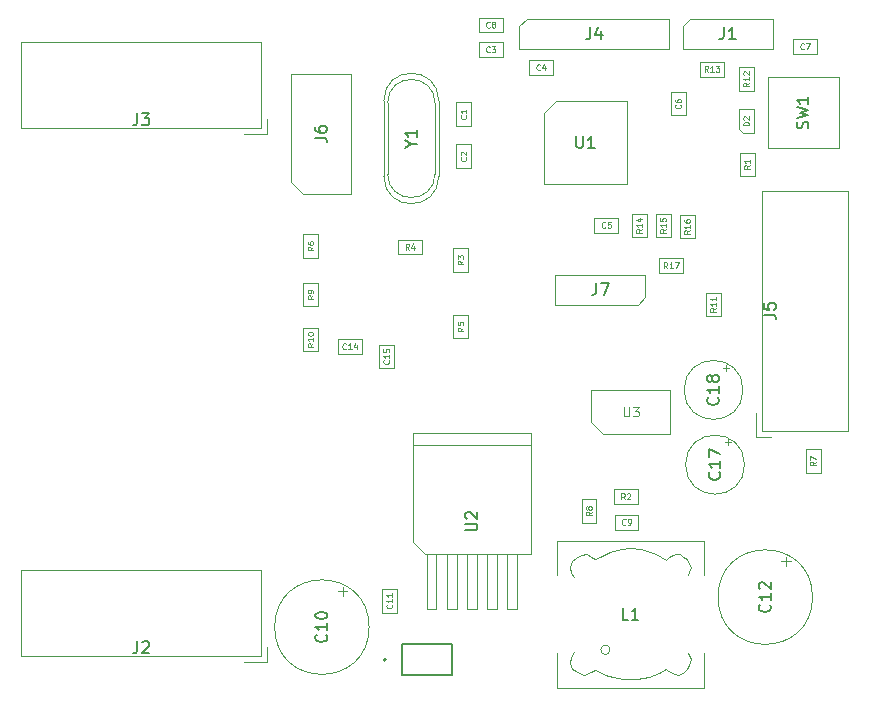
<source format=gbr>
%TF.GenerationSoftware,KiCad,Pcbnew,(5.1.12)-1*%
%TF.CreationDate,2022-08-10T11:31:24+05:30*%
%TF.ProjectId,AGV_SENSOR_PCB_2,4147565f-5345-44e5-934f-525f5043425f,rev?*%
%TF.SameCoordinates,Original*%
%TF.FileFunction,AssemblyDrawing,Top*%
%FSLAX46Y46*%
G04 Gerber Fmt 4.6, Leading zero omitted, Abs format (unit mm)*
G04 Created by KiCad (PCBNEW (5.1.12)-1) date 2022-08-10 11:31:24*
%MOMM*%
%LPD*%
G01*
G04 APERTURE LIST*
%ADD10C,0.100000*%
%ADD11C,0.200000*%
%ADD12C,0.127000*%
%ADD13C,0.150000*%
%ADD14C,0.080000*%
%ADD15C,0.120000*%
G04 APERTURE END LIST*
D10*
%TO.C,U1*%
X161600000Y-77764000D02*
X162600000Y-76764000D01*
X161600000Y-83764000D02*
X161600000Y-77764000D01*
X168600000Y-83764000D02*
X161600000Y-83764000D01*
X168600000Y-76764000D02*
X168600000Y-83764000D01*
X162600000Y-76764000D02*
X168600000Y-76764000D01*
%TO.C,C1*%
X154188000Y-78851000D02*
X154188000Y-76851000D01*
X155438000Y-78851000D02*
X154188000Y-78851000D01*
X155438000Y-76851000D02*
X155438000Y-78851000D01*
X154188000Y-76851000D02*
X155438000Y-76851000D01*
%TO.C,C2*%
X155438000Y-82407000D02*
X154188000Y-82407000D01*
X154188000Y-82407000D02*
X154188000Y-80407000D01*
X154188000Y-80407000D02*
X155438000Y-80407000D01*
X155438000Y-80407000D02*
X155438000Y-82407000D01*
%TO.C,C3*%
X158096500Y-73015000D02*
X156096500Y-73015000D01*
X158096500Y-71765000D02*
X158096500Y-73015000D01*
X156096500Y-71765000D02*
X158096500Y-71765000D01*
X156096500Y-73015000D02*
X156096500Y-71765000D01*
%TO.C,C4*%
X160356000Y-73289000D02*
X162356000Y-73289000D01*
X160356000Y-74539000D02*
X160356000Y-73289000D01*
X162356000Y-74539000D02*
X160356000Y-74539000D01*
X162356000Y-73289000D02*
X162356000Y-74539000D01*
%TO.C,C5*%
X167875500Y-86624000D02*
X167875500Y-87874000D01*
X167875500Y-87874000D02*
X165875500Y-87874000D01*
X165875500Y-87874000D02*
X165875500Y-86624000D01*
X165875500Y-86624000D02*
X167875500Y-86624000D01*
%TO.C,C6*%
X172349000Y-77962000D02*
X172349000Y-75962000D01*
X173599000Y-77962000D02*
X172349000Y-77962000D01*
X173599000Y-75962000D02*
X173599000Y-77962000D01*
X172349000Y-75962000D02*
X173599000Y-75962000D01*
%TO.C,C7*%
X182703000Y-72761000D02*
X182703000Y-71511000D01*
X182703000Y-71511000D02*
X184703000Y-71511000D01*
X184703000Y-71511000D02*
X184703000Y-72761000D01*
X184703000Y-72761000D02*
X182703000Y-72761000D01*
%TO.C,C8*%
X156099000Y-70919500D02*
X156099000Y-69669500D01*
X156099000Y-69669500D02*
X158099000Y-69669500D01*
X158099000Y-69669500D02*
X158099000Y-70919500D01*
X158099000Y-70919500D02*
X156099000Y-70919500D01*
%TO.C,C9*%
X167590000Y-113020000D02*
X167590000Y-111770000D01*
X167590000Y-111770000D02*
X169590000Y-111770000D01*
X169590000Y-111770000D02*
X169590000Y-113020000D01*
X169590000Y-113020000D02*
X167590000Y-113020000D01*
%TO.C,C10*%
X146798800Y-121280000D02*
G75*
G03*
X146798800Y-121280000I-4000000J0D01*
G01*
X144546300Y-117853241D02*
X144546300Y-118653241D01*
X144946300Y-118253241D02*
X144146300Y-118253241D01*
%TO.C,C11*%
X147901500Y-118065000D02*
X149151500Y-118065000D01*
X149151500Y-118065000D02*
X149151500Y-120065000D01*
X149151500Y-120065000D02*
X147901500Y-120065000D01*
X147901500Y-120065000D02*
X147901500Y-118065000D01*
%TO.C,C12*%
X182487500Y-115713241D02*
X181687500Y-115713241D01*
X182087500Y-115313241D02*
X182087500Y-116113241D01*
X184340000Y-118740000D02*
G75*
G03*
X184340000Y-118740000I-4000000J0D01*
G01*
%TO.C,C14*%
X144158500Y-96911000D02*
X146158500Y-96911000D01*
X144158500Y-98161000D02*
X144158500Y-96911000D01*
X146158500Y-98161000D02*
X144158500Y-98161000D01*
X146158500Y-96911000D02*
X146158500Y-98161000D01*
%TO.C,C15*%
X147647500Y-99364000D02*
X147647500Y-97364000D01*
X148897500Y-99364000D02*
X147647500Y-99364000D01*
X148897500Y-97364000D02*
X148897500Y-99364000D01*
X147647500Y-97364000D02*
X148897500Y-97364000D01*
%TO.C,C17*%
X177423000Y-105641895D02*
X176923000Y-105641895D01*
X177173000Y-105391895D02*
X177173000Y-105891895D01*
X178585500Y-107525500D02*
G75*
G03*
X178585500Y-107525500I-2500000J0D01*
G01*
%TO.C,C18*%
X178458500Y-101199000D02*
G75*
G03*
X178458500Y-101199000I-2500000J0D01*
G01*
X177046000Y-99065395D02*
X177046000Y-99565395D01*
X177296000Y-99315395D02*
X176796000Y-99315395D01*
D11*
%TO.C,D1*%
X148229200Y-124053600D02*
G75*
G03*
X148229200Y-124053600I-100000J0D01*
G01*
D12*
X153839200Y-125353600D02*
X149589200Y-125353600D01*
X153839200Y-122753600D02*
X153839200Y-125353600D01*
X149589200Y-122753600D02*
X153839200Y-122753600D01*
X149589200Y-125353600D02*
X149589200Y-122753600D01*
D10*
%TO.C,D2*%
X179352500Y-77437500D02*
X178152500Y-77437500D01*
X179352500Y-79437500D02*
X179352500Y-77437500D01*
X178452500Y-79437500D02*
X179352500Y-79437500D01*
X178152500Y-79137500D02*
X178452500Y-79437500D01*
X178152500Y-77437500D02*
X178152500Y-79137500D01*
%TO.C,J1*%
X180975000Y-72326500D02*
X173355000Y-72326500D01*
X180975000Y-69786500D02*
X180975000Y-72326500D01*
X173990000Y-69786500D02*
X180975000Y-69786500D01*
X173355000Y-70421500D02*
X173990000Y-69786500D01*
X173355000Y-72326500D02*
X173355000Y-70421500D01*
%TO.C,J2*%
X137668000Y-123730000D02*
X137668000Y-116480000D01*
X137668000Y-116480000D02*
X117348000Y-116480000D01*
X117348000Y-116480000D02*
X117348000Y-123730000D01*
X117348000Y-123730000D02*
X137668000Y-123730000D01*
X138168000Y-122980000D02*
X138168000Y-124230000D01*
X138168000Y-124230000D02*
X136168000Y-124230000D01*
%TO.C,J3*%
X138168000Y-79526000D02*
X136168000Y-79526000D01*
X138168000Y-78276000D02*
X138168000Y-79526000D01*
X117348000Y-79026000D02*
X137668000Y-79026000D01*
X117348000Y-71776000D02*
X117348000Y-79026000D01*
X137668000Y-71776000D02*
X117348000Y-71776000D01*
X137668000Y-79026000D02*
X137668000Y-71776000D01*
%TO.C,J5*%
X179554000Y-105148000D02*
X179554000Y-103148000D01*
X180804000Y-105148000D02*
X179554000Y-105148000D01*
X180054000Y-84328000D02*
X180054000Y-104648000D01*
X187304000Y-84328000D02*
X180054000Y-84328000D01*
X187304000Y-104648000D02*
X187304000Y-84328000D01*
X180054000Y-104648000D02*
X187304000Y-104648000D01*
%TO.C,L1*%
X167200512Y-123205500D02*
G75*
G03*
X167200512Y-123205500I-390512J0D01*
G01*
X175110000Y-114005500D02*
X175110000Y-116905500D01*
X162710000Y-114005500D02*
X162710000Y-116905500D01*
X175110000Y-114005500D02*
X162710000Y-114005500D01*
X175110000Y-126405500D02*
X175110000Y-123505500D01*
X162710000Y-126405500D02*
X175110000Y-126405500D01*
X162710000Y-123505500D02*
X162710000Y-126405500D01*
X163910000Y-116705500D02*
X164110000Y-117005500D01*
X163810000Y-116205500D02*
X163910000Y-116705500D01*
X164010000Y-115705500D02*
X163810000Y-116205500D01*
X164310000Y-115405500D02*
X164010000Y-115705500D01*
X164710000Y-115205500D02*
X164310000Y-115405500D01*
X165210000Y-115105500D02*
X164710000Y-115205500D01*
X165610000Y-115305500D02*
X165210000Y-115105500D01*
X165910000Y-115505500D02*
X165610000Y-115305500D01*
X166310000Y-115305500D02*
X165910000Y-115505500D01*
X167210000Y-114905500D02*
X166310000Y-115305500D01*
X168110000Y-114705500D02*
X167210000Y-114905500D01*
X168910000Y-114605500D02*
X168110000Y-114705500D01*
X169810000Y-114705500D02*
X168910000Y-114605500D01*
X170610000Y-114905500D02*
X169810000Y-114705500D01*
X171110000Y-115105500D02*
X170610000Y-114905500D01*
X171510000Y-115305500D02*
X171110000Y-115105500D01*
X171910000Y-115605500D02*
X171510000Y-115305500D01*
X172210000Y-115305500D02*
X171910000Y-115605500D01*
X172510000Y-115205500D02*
X172210000Y-115305500D01*
X172810000Y-115105500D02*
X172510000Y-115205500D01*
X173110000Y-115105500D02*
X172810000Y-115105500D01*
X173410000Y-115305500D02*
X173110000Y-115105500D01*
X173710000Y-115505500D02*
X173410000Y-115305500D01*
X173910000Y-115905500D02*
X173710000Y-115505500D01*
X174010000Y-116205500D02*
X173910000Y-115905500D01*
X173910000Y-116605500D02*
X174010000Y-116205500D01*
X173810000Y-116905500D02*
X173910000Y-116605500D01*
X163910000Y-123805500D02*
X164110000Y-123405500D01*
X163810000Y-124305500D02*
X163910000Y-123805500D01*
X164010000Y-124805500D02*
X163810000Y-124305500D01*
X164310000Y-125005500D02*
X164010000Y-124805500D01*
X164610000Y-125205500D02*
X164310000Y-125005500D01*
X165010000Y-125305500D02*
X164610000Y-125205500D01*
X165610000Y-125105500D02*
X165010000Y-125305500D01*
X165910000Y-124905500D02*
X165610000Y-125105500D01*
X166310000Y-125105500D02*
X165910000Y-124905500D01*
X166810000Y-125305500D02*
X166310000Y-125105500D01*
X167410000Y-125505500D02*
X166810000Y-125305500D01*
X168310000Y-125705500D02*
X167410000Y-125505500D01*
X169510000Y-125705500D02*
X168310000Y-125705500D01*
X170510000Y-125505500D02*
X169510000Y-125705500D01*
X171310000Y-125205500D02*
X170510000Y-125505500D01*
X171910000Y-124805500D02*
X171310000Y-125205500D01*
X172010000Y-124905500D02*
X171910000Y-124805500D01*
X172410000Y-125205500D02*
X172010000Y-124905500D01*
X172910000Y-125305500D02*
X172410000Y-125205500D01*
X173410000Y-125205500D02*
X172910000Y-125305500D01*
X173710000Y-124805500D02*
X173410000Y-125205500D01*
X173910000Y-124505500D02*
X173710000Y-124805500D01*
X174010000Y-124005500D02*
X173910000Y-124505500D01*
X173910000Y-123605500D02*
X174010000Y-124005500D01*
X173810000Y-123505500D02*
X173910000Y-123605500D01*
%TO.C,R1*%
X179441000Y-83105500D02*
X178191000Y-83105500D01*
X178191000Y-83105500D02*
X178191000Y-81105500D01*
X178191000Y-81105500D02*
X179441000Y-81105500D01*
X179441000Y-81105500D02*
X179441000Y-83105500D01*
%TO.C,R2*%
X169529000Y-109611000D02*
X169529000Y-110861000D01*
X169529000Y-110861000D02*
X167529000Y-110861000D01*
X167529000Y-110861000D02*
X167529000Y-109611000D01*
X167529000Y-109611000D02*
X169529000Y-109611000D01*
%TO.C,R3*%
X153934000Y-89210000D02*
X155184000Y-89210000D01*
X155184000Y-89210000D02*
X155184000Y-91210000D01*
X155184000Y-91210000D02*
X153934000Y-91210000D01*
X153934000Y-91210000D02*
X153934000Y-89210000D01*
%TO.C,R4*%
X149264500Y-88465500D02*
X151264500Y-88465500D01*
X149264500Y-89715500D02*
X149264500Y-88465500D01*
X151264500Y-89715500D02*
X149264500Y-89715500D01*
X151264500Y-88465500D02*
X151264500Y-89715500D01*
%TO.C,R5*%
X155184000Y-94845000D02*
X155184000Y-96845000D01*
X153934000Y-94845000D02*
X155184000Y-94845000D01*
X153934000Y-96845000D02*
X153934000Y-94845000D01*
X155184000Y-96845000D02*
X153934000Y-96845000D01*
%TO.C,R6*%
X141234000Y-88003500D02*
X142484000Y-88003500D01*
X142484000Y-88003500D02*
X142484000Y-90003500D01*
X142484000Y-90003500D02*
X141234000Y-90003500D01*
X141234000Y-90003500D02*
X141234000Y-88003500D01*
%TO.C,R7*%
X183779000Y-106211500D02*
X185029000Y-106211500D01*
X185029000Y-106211500D02*
X185029000Y-108211500D01*
X185029000Y-108211500D02*
X183779000Y-108211500D01*
X183779000Y-108211500D02*
X183779000Y-106211500D01*
%TO.C,R8*%
X164792500Y-112442500D02*
X164792500Y-110442500D01*
X166042500Y-112442500D02*
X164792500Y-112442500D01*
X166042500Y-110442500D02*
X166042500Y-112442500D01*
X164792500Y-110442500D02*
X166042500Y-110442500D01*
%TO.C,R9*%
X142484000Y-92114500D02*
X142484000Y-94114500D01*
X141234000Y-92114500D02*
X142484000Y-92114500D01*
X141234000Y-94114500D02*
X141234000Y-92114500D01*
X142484000Y-94114500D02*
X141234000Y-94114500D01*
%TO.C,R10*%
X141234000Y-97941000D02*
X141234000Y-95941000D01*
X142484000Y-97941000D02*
X141234000Y-97941000D01*
X142484000Y-95941000D02*
X142484000Y-97941000D01*
X141234000Y-95941000D02*
X142484000Y-95941000D01*
%TO.C,R11*%
X175320800Y-94954600D02*
X175320800Y-92954600D01*
X176570800Y-94954600D02*
X175320800Y-94954600D01*
X176570800Y-92954600D02*
X176570800Y-94954600D01*
X175320800Y-92954600D02*
X176570800Y-92954600D01*
%TO.C,R12*%
X179377500Y-73866500D02*
X179377500Y-75866500D01*
X178127500Y-73866500D02*
X179377500Y-73866500D01*
X178127500Y-75866500D02*
X178127500Y-73866500D01*
X179377500Y-75866500D02*
X178127500Y-75866500D01*
%TO.C,R13*%
X174808000Y-74666000D02*
X174808000Y-73416000D01*
X174808000Y-73416000D02*
X176808000Y-73416000D01*
X176808000Y-73416000D02*
X176808000Y-74666000D01*
X176808000Y-74666000D02*
X174808000Y-74666000D01*
%TO.C,SW1*%
X186542500Y-80712500D02*
X186542500Y-74712500D01*
X180542500Y-80712500D02*
X180542500Y-74712500D01*
X180542500Y-74712500D02*
X186542500Y-74712500D01*
X180542500Y-80712500D02*
X186542500Y-80712500D01*
%TO.C,U2*%
X159297000Y-119785000D02*
X159297000Y-115085000D01*
X158497000Y-119785000D02*
X159297000Y-119785000D01*
X158497000Y-115085000D02*
X158497000Y-119785000D01*
X157597000Y-119785000D02*
X157597000Y-115085000D01*
X156797000Y-119785000D02*
X157597000Y-119785000D01*
X156797000Y-115085000D02*
X156797000Y-119785000D01*
X155897000Y-119785000D02*
X155897000Y-115085000D01*
X155097000Y-119785000D02*
X155897000Y-119785000D01*
X155097000Y-115085000D02*
X155097000Y-119785000D01*
X154197000Y-119785000D02*
X154197000Y-115085000D01*
X153397000Y-119785000D02*
X154197000Y-119785000D01*
X153397000Y-115085000D02*
X153397000Y-119785000D01*
X152497000Y-119785000D02*
X152497000Y-115085000D01*
X151697000Y-119785000D02*
X152497000Y-119785000D01*
X151697000Y-115085000D02*
X151697000Y-119785000D01*
X150497000Y-114085000D02*
X150497000Y-105835000D01*
X151497000Y-115085000D02*
X150497000Y-114085000D01*
X160497000Y-115085000D02*
X151497000Y-115085000D01*
X160497000Y-105835000D02*
X160497000Y-115085000D01*
X150497000Y-105835000D02*
X160497000Y-105835000D01*
X160497000Y-104835000D02*
X160497000Y-105835000D01*
X150497000Y-104835000D02*
X160497000Y-104835000D01*
X150497000Y-105835000D02*
X150497000Y-104835000D01*
%TO.C,U3*%
X165609500Y-101235500D02*
X172309500Y-101235500D01*
X172309500Y-104935500D02*
X172309500Y-101235500D01*
X165609500Y-103935500D02*
X165609500Y-101235500D01*
X166609500Y-104935500D02*
X172309500Y-104935500D01*
X166609500Y-104935500D02*
X165609500Y-103935500D01*
%TO.C,Y1*%
X148368000Y-76910000D02*
X148368000Y-82910000D01*
X152368000Y-76910000D02*
X152368000Y-82910000D01*
X148043000Y-76710000D02*
X148043000Y-83110000D01*
X152693000Y-76710000D02*
X152693000Y-83110000D01*
X148043000Y-76710000D02*
G75*
G02*
X152693000Y-76710000I2325000J0D01*
G01*
X148043000Y-83110000D02*
G75*
G03*
X152693000Y-83110000I2325000J0D01*
G01*
X148368000Y-76910000D02*
G75*
G02*
X152368000Y-76910000I2000000J0D01*
G01*
X148368000Y-82910000D02*
G75*
G03*
X152368000Y-82910000I2000000J0D01*
G01*
%TO.C,J4*%
X172212000Y-72326500D02*
X159512000Y-72326500D01*
X172212000Y-69786500D02*
X172212000Y-72326500D01*
X160147000Y-69786500D02*
X172212000Y-69786500D01*
X159512000Y-70421500D02*
X160147000Y-69786500D01*
X159512000Y-72326500D02*
X159512000Y-70421500D01*
%TO.C,R14*%
X170297000Y-88272500D02*
X169047000Y-88272500D01*
X169047000Y-88272500D02*
X169047000Y-86272500D01*
X169047000Y-86272500D02*
X170297000Y-86272500D01*
X170297000Y-86272500D02*
X170297000Y-88272500D01*
%TO.C,R15*%
X172329000Y-86272500D02*
X172329000Y-88272500D01*
X171079000Y-86272500D02*
X172329000Y-86272500D01*
X171079000Y-88272500D02*
X171079000Y-86272500D01*
X172329000Y-88272500D02*
X171079000Y-88272500D01*
%TO.C,R16*%
X174361000Y-88376000D02*
X173111000Y-88376000D01*
X173111000Y-88376000D02*
X173111000Y-86376000D01*
X173111000Y-86376000D02*
X174361000Y-86376000D01*
X174361000Y-86376000D02*
X174361000Y-88376000D01*
%TO.C,R17*%
X173362500Y-91303000D02*
X171362500Y-91303000D01*
X173362500Y-90053000D02*
X173362500Y-91303000D01*
X171362500Y-90053000D02*
X173362500Y-90053000D01*
X171362500Y-91303000D02*
X171362500Y-90053000D01*
%TO.C,J6*%
X145288000Y-84582000D02*
X141208000Y-84582000D01*
X141208000Y-84582000D02*
X140208000Y-83582000D01*
X140208000Y-83582000D02*
X140208000Y-74422000D01*
X140208000Y-74422000D02*
X145288000Y-74422000D01*
X145288000Y-74422000D02*
X145288000Y-84582000D01*
%TO.C,J7*%
X162560000Y-91440000D02*
X170180000Y-91440000D01*
X162560000Y-93980000D02*
X162560000Y-91440000D01*
X169545000Y-93980000D02*
X162560000Y-93980000D01*
X170180000Y-93345000D02*
X169545000Y-93980000D01*
X170180000Y-91440000D02*
X170180000Y-93345000D01*
%TD*%
%TO.C,U1*%
D13*
X164338095Y-79716380D02*
X164338095Y-80525904D01*
X164385714Y-80621142D01*
X164433333Y-80668761D01*
X164528571Y-80716380D01*
X164719047Y-80716380D01*
X164814285Y-80668761D01*
X164861904Y-80621142D01*
X164909523Y-80525904D01*
X164909523Y-79716380D01*
X165909523Y-80716380D02*
X165338095Y-80716380D01*
X165623809Y-80716380D02*
X165623809Y-79716380D01*
X165528571Y-79859238D01*
X165433333Y-79954476D01*
X165338095Y-80002095D01*
%TO.C,C1*%
D14*
X154991571Y-77934333D02*
X155015380Y-77958142D01*
X155039190Y-78029571D01*
X155039190Y-78077190D01*
X155015380Y-78148619D01*
X154967761Y-78196238D01*
X154920142Y-78220047D01*
X154824904Y-78243857D01*
X154753476Y-78243857D01*
X154658238Y-78220047D01*
X154610619Y-78196238D01*
X154563000Y-78148619D01*
X154539190Y-78077190D01*
X154539190Y-78029571D01*
X154563000Y-77958142D01*
X154586809Y-77934333D01*
X155039190Y-77458142D02*
X155039190Y-77743857D01*
X155039190Y-77601000D02*
X154539190Y-77601000D01*
X154610619Y-77648619D01*
X154658238Y-77696238D01*
X154682047Y-77743857D01*
%TO.C,C2*%
X154991571Y-81490333D02*
X155015380Y-81514142D01*
X155039190Y-81585571D01*
X155039190Y-81633190D01*
X155015380Y-81704619D01*
X154967761Y-81752238D01*
X154920142Y-81776047D01*
X154824904Y-81799857D01*
X154753476Y-81799857D01*
X154658238Y-81776047D01*
X154610619Y-81752238D01*
X154563000Y-81704619D01*
X154539190Y-81633190D01*
X154539190Y-81585571D01*
X154563000Y-81514142D01*
X154586809Y-81490333D01*
X154586809Y-81299857D02*
X154563000Y-81276047D01*
X154539190Y-81228428D01*
X154539190Y-81109380D01*
X154563000Y-81061761D01*
X154586809Y-81037952D01*
X154634428Y-81014142D01*
X154682047Y-81014142D01*
X154753476Y-81037952D01*
X155039190Y-81323666D01*
X155039190Y-81014142D01*
%TO.C,C3*%
X157013166Y-72568571D02*
X156989357Y-72592380D01*
X156917928Y-72616190D01*
X156870309Y-72616190D01*
X156798880Y-72592380D01*
X156751261Y-72544761D01*
X156727452Y-72497142D01*
X156703642Y-72401904D01*
X156703642Y-72330476D01*
X156727452Y-72235238D01*
X156751261Y-72187619D01*
X156798880Y-72140000D01*
X156870309Y-72116190D01*
X156917928Y-72116190D01*
X156989357Y-72140000D01*
X157013166Y-72163809D01*
X157179833Y-72116190D02*
X157489357Y-72116190D01*
X157322690Y-72306666D01*
X157394119Y-72306666D01*
X157441738Y-72330476D01*
X157465547Y-72354285D01*
X157489357Y-72401904D01*
X157489357Y-72520952D01*
X157465547Y-72568571D01*
X157441738Y-72592380D01*
X157394119Y-72616190D01*
X157251261Y-72616190D01*
X157203642Y-72592380D01*
X157179833Y-72568571D01*
%TO.C,C4*%
X161272666Y-74092571D02*
X161248857Y-74116380D01*
X161177428Y-74140190D01*
X161129809Y-74140190D01*
X161058380Y-74116380D01*
X161010761Y-74068761D01*
X160986952Y-74021142D01*
X160963142Y-73925904D01*
X160963142Y-73854476D01*
X160986952Y-73759238D01*
X161010761Y-73711619D01*
X161058380Y-73664000D01*
X161129809Y-73640190D01*
X161177428Y-73640190D01*
X161248857Y-73664000D01*
X161272666Y-73687809D01*
X161701238Y-73806857D02*
X161701238Y-74140190D01*
X161582190Y-73616380D02*
X161463142Y-73973523D01*
X161772666Y-73973523D01*
%TO.C,C5*%
X166792166Y-87427571D02*
X166768357Y-87451380D01*
X166696928Y-87475190D01*
X166649309Y-87475190D01*
X166577880Y-87451380D01*
X166530261Y-87403761D01*
X166506452Y-87356142D01*
X166482642Y-87260904D01*
X166482642Y-87189476D01*
X166506452Y-87094238D01*
X166530261Y-87046619D01*
X166577880Y-86999000D01*
X166649309Y-86975190D01*
X166696928Y-86975190D01*
X166768357Y-86999000D01*
X166792166Y-87022809D01*
X167244547Y-86975190D02*
X167006452Y-86975190D01*
X166982642Y-87213285D01*
X167006452Y-87189476D01*
X167054071Y-87165666D01*
X167173119Y-87165666D01*
X167220738Y-87189476D01*
X167244547Y-87213285D01*
X167268357Y-87260904D01*
X167268357Y-87379952D01*
X167244547Y-87427571D01*
X167220738Y-87451380D01*
X167173119Y-87475190D01*
X167054071Y-87475190D01*
X167006452Y-87451380D01*
X166982642Y-87427571D01*
%TO.C,C6*%
X173152571Y-77045333D02*
X173176380Y-77069142D01*
X173200190Y-77140571D01*
X173200190Y-77188190D01*
X173176380Y-77259619D01*
X173128761Y-77307238D01*
X173081142Y-77331047D01*
X172985904Y-77354857D01*
X172914476Y-77354857D01*
X172819238Y-77331047D01*
X172771619Y-77307238D01*
X172724000Y-77259619D01*
X172700190Y-77188190D01*
X172700190Y-77140571D01*
X172724000Y-77069142D01*
X172747809Y-77045333D01*
X172700190Y-76616761D02*
X172700190Y-76712000D01*
X172724000Y-76759619D01*
X172747809Y-76783428D01*
X172819238Y-76831047D01*
X172914476Y-76854857D01*
X173104952Y-76854857D01*
X173152571Y-76831047D01*
X173176380Y-76807238D01*
X173200190Y-76759619D01*
X173200190Y-76664380D01*
X173176380Y-76616761D01*
X173152571Y-76592952D01*
X173104952Y-76569142D01*
X172985904Y-76569142D01*
X172938285Y-76592952D01*
X172914476Y-76616761D01*
X172890666Y-76664380D01*
X172890666Y-76759619D01*
X172914476Y-76807238D01*
X172938285Y-76831047D01*
X172985904Y-76854857D01*
%TO.C,C7*%
X183619666Y-72314571D02*
X183595857Y-72338380D01*
X183524428Y-72362190D01*
X183476809Y-72362190D01*
X183405380Y-72338380D01*
X183357761Y-72290761D01*
X183333952Y-72243142D01*
X183310142Y-72147904D01*
X183310142Y-72076476D01*
X183333952Y-71981238D01*
X183357761Y-71933619D01*
X183405380Y-71886000D01*
X183476809Y-71862190D01*
X183524428Y-71862190D01*
X183595857Y-71886000D01*
X183619666Y-71909809D01*
X183786333Y-71862190D02*
X184119666Y-71862190D01*
X183905380Y-72362190D01*
%TO.C,C8*%
X157015666Y-70473071D02*
X156991857Y-70496880D01*
X156920428Y-70520690D01*
X156872809Y-70520690D01*
X156801380Y-70496880D01*
X156753761Y-70449261D01*
X156729952Y-70401642D01*
X156706142Y-70306404D01*
X156706142Y-70234976D01*
X156729952Y-70139738D01*
X156753761Y-70092119D01*
X156801380Y-70044500D01*
X156872809Y-70020690D01*
X156920428Y-70020690D01*
X156991857Y-70044500D01*
X157015666Y-70068309D01*
X157301380Y-70234976D02*
X157253761Y-70211166D01*
X157229952Y-70187357D01*
X157206142Y-70139738D01*
X157206142Y-70115928D01*
X157229952Y-70068309D01*
X157253761Y-70044500D01*
X157301380Y-70020690D01*
X157396619Y-70020690D01*
X157444238Y-70044500D01*
X157468047Y-70068309D01*
X157491857Y-70115928D01*
X157491857Y-70139738D01*
X157468047Y-70187357D01*
X157444238Y-70211166D01*
X157396619Y-70234976D01*
X157301380Y-70234976D01*
X157253761Y-70258785D01*
X157229952Y-70282595D01*
X157206142Y-70330214D01*
X157206142Y-70425452D01*
X157229952Y-70473071D01*
X157253761Y-70496880D01*
X157301380Y-70520690D01*
X157396619Y-70520690D01*
X157444238Y-70496880D01*
X157468047Y-70473071D01*
X157491857Y-70425452D01*
X157491857Y-70330214D01*
X157468047Y-70282595D01*
X157444238Y-70258785D01*
X157396619Y-70234976D01*
%TO.C,C9*%
X168506666Y-112573571D02*
X168482857Y-112597380D01*
X168411428Y-112621190D01*
X168363809Y-112621190D01*
X168292380Y-112597380D01*
X168244761Y-112549761D01*
X168220952Y-112502142D01*
X168197142Y-112406904D01*
X168197142Y-112335476D01*
X168220952Y-112240238D01*
X168244761Y-112192619D01*
X168292380Y-112145000D01*
X168363809Y-112121190D01*
X168411428Y-112121190D01*
X168482857Y-112145000D01*
X168506666Y-112168809D01*
X168744761Y-112621190D02*
X168840000Y-112621190D01*
X168887619Y-112597380D01*
X168911428Y-112573571D01*
X168959047Y-112502142D01*
X168982857Y-112406904D01*
X168982857Y-112216428D01*
X168959047Y-112168809D01*
X168935238Y-112145000D01*
X168887619Y-112121190D01*
X168792380Y-112121190D01*
X168744761Y-112145000D01*
X168720952Y-112168809D01*
X168697142Y-112216428D01*
X168697142Y-112335476D01*
X168720952Y-112383095D01*
X168744761Y-112406904D01*
X168792380Y-112430714D01*
X168887619Y-112430714D01*
X168935238Y-112406904D01*
X168959047Y-112383095D01*
X168982857Y-112335476D01*
%TO.C,C10*%
D13*
X143155942Y-121922857D02*
X143203561Y-121970476D01*
X143251180Y-122113333D01*
X143251180Y-122208571D01*
X143203561Y-122351428D01*
X143108323Y-122446666D01*
X143013085Y-122494285D01*
X142822609Y-122541904D01*
X142679752Y-122541904D01*
X142489276Y-122494285D01*
X142394038Y-122446666D01*
X142298800Y-122351428D01*
X142251180Y-122208571D01*
X142251180Y-122113333D01*
X142298800Y-121970476D01*
X142346419Y-121922857D01*
X143251180Y-120970476D02*
X143251180Y-121541904D01*
X143251180Y-121256190D02*
X142251180Y-121256190D01*
X142394038Y-121351428D01*
X142489276Y-121446666D01*
X142536895Y-121541904D01*
X142251180Y-120351428D02*
X142251180Y-120256190D01*
X142298800Y-120160952D01*
X142346419Y-120113333D01*
X142441657Y-120065714D01*
X142632133Y-120018095D01*
X142870228Y-120018095D01*
X143060704Y-120065714D01*
X143155942Y-120113333D01*
X143203561Y-120160952D01*
X143251180Y-120256190D01*
X143251180Y-120351428D01*
X143203561Y-120446666D01*
X143155942Y-120494285D01*
X143060704Y-120541904D01*
X142870228Y-120589523D01*
X142632133Y-120589523D01*
X142441657Y-120541904D01*
X142346419Y-120494285D01*
X142298800Y-120446666D01*
X142251180Y-120351428D01*
%TO.C,C11*%
D14*
X148705071Y-119386428D02*
X148728880Y-119410238D01*
X148752690Y-119481666D01*
X148752690Y-119529285D01*
X148728880Y-119600714D01*
X148681261Y-119648333D01*
X148633642Y-119672142D01*
X148538404Y-119695952D01*
X148466976Y-119695952D01*
X148371738Y-119672142D01*
X148324119Y-119648333D01*
X148276500Y-119600714D01*
X148252690Y-119529285D01*
X148252690Y-119481666D01*
X148276500Y-119410238D01*
X148300309Y-119386428D01*
X148752690Y-118910238D02*
X148752690Y-119195952D01*
X148752690Y-119053095D02*
X148252690Y-119053095D01*
X148324119Y-119100714D01*
X148371738Y-119148333D01*
X148395547Y-119195952D01*
X148752690Y-118434047D02*
X148752690Y-118719761D01*
X148752690Y-118576904D02*
X148252690Y-118576904D01*
X148324119Y-118624523D01*
X148371738Y-118672142D01*
X148395547Y-118719761D01*
%TO.C,C12*%
D13*
X180697142Y-119382857D02*
X180744761Y-119430476D01*
X180792380Y-119573333D01*
X180792380Y-119668571D01*
X180744761Y-119811428D01*
X180649523Y-119906666D01*
X180554285Y-119954285D01*
X180363809Y-120001904D01*
X180220952Y-120001904D01*
X180030476Y-119954285D01*
X179935238Y-119906666D01*
X179840000Y-119811428D01*
X179792380Y-119668571D01*
X179792380Y-119573333D01*
X179840000Y-119430476D01*
X179887619Y-119382857D01*
X180792380Y-118430476D02*
X180792380Y-119001904D01*
X180792380Y-118716190D02*
X179792380Y-118716190D01*
X179935238Y-118811428D01*
X180030476Y-118906666D01*
X180078095Y-119001904D01*
X179887619Y-118049523D02*
X179840000Y-118001904D01*
X179792380Y-117906666D01*
X179792380Y-117668571D01*
X179840000Y-117573333D01*
X179887619Y-117525714D01*
X179982857Y-117478095D01*
X180078095Y-117478095D01*
X180220952Y-117525714D01*
X180792380Y-118097142D01*
X180792380Y-117478095D01*
%TO.C,C14*%
D14*
X144837071Y-97714571D02*
X144813261Y-97738380D01*
X144741833Y-97762190D01*
X144694214Y-97762190D01*
X144622785Y-97738380D01*
X144575166Y-97690761D01*
X144551357Y-97643142D01*
X144527547Y-97547904D01*
X144527547Y-97476476D01*
X144551357Y-97381238D01*
X144575166Y-97333619D01*
X144622785Y-97286000D01*
X144694214Y-97262190D01*
X144741833Y-97262190D01*
X144813261Y-97286000D01*
X144837071Y-97309809D01*
X145313261Y-97762190D02*
X145027547Y-97762190D01*
X145170404Y-97762190D02*
X145170404Y-97262190D01*
X145122785Y-97333619D01*
X145075166Y-97381238D01*
X145027547Y-97405047D01*
X145741833Y-97428857D02*
X145741833Y-97762190D01*
X145622785Y-97238380D02*
X145503738Y-97595523D01*
X145813261Y-97595523D01*
%TO.C,C15*%
X148451071Y-98685428D02*
X148474880Y-98709238D01*
X148498690Y-98780666D01*
X148498690Y-98828285D01*
X148474880Y-98899714D01*
X148427261Y-98947333D01*
X148379642Y-98971142D01*
X148284404Y-98994952D01*
X148212976Y-98994952D01*
X148117738Y-98971142D01*
X148070119Y-98947333D01*
X148022500Y-98899714D01*
X147998690Y-98828285D01*
X147998690Y-98780666D01*
X148022500Y-98709238D01*
X148046309Y-98685428D01*
X148498690Y-98209238D02*
X148498690Y-98494952D01*
X148498690Y-98352095D02*
X147998690Y-98352095D01*
X148070119Y-98399714D01*
X148117738Y-98447333D01*
X148141547Y-98494952D01*
X147998690Y-97756857D02*
X147998690Y-97994952D01*
X148236785Y-98018761D01*
X148212976Y-97994952D01*
X148189166Y-97947333D01*
X148189166Y-97828285D01*
X148212976Y-97780666D01*
X148236785Y-97756857D01*
X148284404Y-97733047D01*
X148403452Y-97733047D01*
X148451071Y-97756857D01*
X148474880Y-97780666D01*
X148498690Y-97828285D01*
X148498690Y-97947333D01*
X148474880Y-97994952D01*
X148451071Y-98018761D01*
%TO.C,C17*%
D13*
X176442642Y-108168357D02*
X176490261Y-108215976D01*
X176537880Y-108358833D01*
X176537880Y-108454071D01*
X176490261Y-108596928D01*
X176395023Y-108692166D01*
X176299785Y-108739785D01*
X176109309Y-108787404D01*
X175966452Y-108787404D01*
X175775976Y-108739785D01*
X175680738Y-108692166D01*
X175585500Y-108596928D01*
X175537880Y-108454071D01*
X175537880Y-108358833D01*
X175585500Y-108215976D01*
X175633119Y-108168357D01*
X176537880Y-107215976D02*
X176537880Y-107787404D01*
X176537880Y-107501690D02*
X175537880Y-107501690D01*
X175680738Y-107596928D01*
X175775976Y-107692166D01*
X175823595Y-107787404D01*
X175537880Y-106882642D02*
X175537880Y-106215976D01*
X176537880Y-106644547D01*
%TO.C,C18*%
X176315642Y-101841857D02*
X176363261Y-101889476D01*
X176410880Y-102032333D01*
X176410880Y-102127571D01*
X176363261Y-102270428D01*
X176268023Y-102365666D01*
X176172785Y-102413285D01*
X175982309Y-102460904D01*
X175839452Y-102460904D01*
X175648976Y-102413285D01*
X175553738Y-102365666D01*
X175458500Y-102270428D01*
X175410880Y-102127571D01*
X175410880Y-102032333D01*
X175458500Y-101889476D01*
X175506119Y-101841857D01*
X176410880Y-100889476D02*
X176410880Y-101460904D01*
X176410880Y-101175190D02*
X175410880Y-101175190D01*
X175553738Y-101270428D01*
X175648976Y-101365666D01*
X175696595Y-101460904D01*
X175839452Y-100318047D02*
X175791833Y-100413285D01*
X175744214Y-100460904D01*
X175648976Y-100508523D01*
X175601357Y-100508523D01*
X175506119Y-100460904D01*
X175458500Y-100413285D01*
X175410880Y-100318047D01*
X175410880Y-100127571D01*
X175458500Y-100032333D01*
X175506119Y-99984714D01*
X175601357Y-99937095D01*
X175648976Y-99937095D01*
X175744214Y-99984714D01*
X175791833Y-100032333D01*
X175839452Y-100127571D01*
X175839452Y-100318047D01*
X175887071Y-100413285D01*
X175934690Y-100460904D01*
X176029928Y-100508523D01*
X176220404Y-100508523D01*
X176315642Y-100460904D01*
X176363261Y-100413285D01*
X176410880Y-100318047D01*
X176410880Y-100127571D01*
X176363261Y-100032333D01*
X176315642Y-99984714D01*
X176220404Y-99937095D01*
X176029928Y-99937095D01*
X175934690Y-99984714D01*
X175887071Y-100032333D01*
X175839452Y-100127571D01*
%TO.C,D2*%
D14*
X178978690Y-78806547D02*
X178478690Y-78806547D01*
X178478690Y-78687500D01*
X178502500Y-78616071D01*
X178550119Y-78568452D01*
X178597738Y-78544642D01*
X178692976Y-78520833D01*
X178764404Y-78520833D01*
X178859642Y-78544642D01*
X178907261Y-78568452D01*
X178954880Y-78616071D01*
X178978690Y-78687500D01*
X178978690Y-78806547D01*
X178526309Y-78330357D02*
X178502500Y-78306547D01*
X178478690Y-78258928D01*
X178478690Y-78139880D01*
X178502500Y-78092261D01*
X178526309Y-78068452D01*
X178573928Y-78044642D01*
X178621547Y-78044642D01*
X178692976Y-78068452D01*
X178978690Y-78354166D01*
X178978690Y-78044642D01*
%TO.C,J1*%
D13*
X176831666Y-70508880D02*
X176831666Y-71223166D01*
X176784047Y-71366023D01*
X176688809Y-71461261D01*
X176545952Y-71508880D01*
X176450714Y-71508880D01*
X177831666Y-71508880D02*
X177260238Y-71508880D01*
X177545952Y-71508880D02*
X177545952Y-70508880D01*
X177450714Y-70651738D01*
X177355476Y-70746976D01*
X177260238Y-70794595D01*
%TO.C,J2*%
X127174666Y-122482380D02*
X127174666Y-123196666D01*
X127127047Y-123339523D01*
X127031809Y-123434761D01*
X126888952Y-123482380D01*
X126793714Y-123482380D01*
X127603238Y-122577619D02*
X127650857Y-122530000D01*
X127746095Y-122482380D01*
X127984190Y-122482380D01*
X128079428Y-122530000D01*
X128127047Y-122577619D01*
X128174666Y-122672857D01*
X128174666Y-122768095D01*
X128127047Y-122910952D01*
X127555619Y-123482380D01*
X128174666Y-123482380D01*
%TO.C,J3*%
X127174666Y-77778380D02*
X127174666Y-78492666D01*
X127127047Y-78635523D01*
X127031809Y-78730761D01*
X126888952Y-78778380D01*
X126793714Y-78778380D01*
X127555619Y-77778380D02*
X128174666Y-77778380D01*
X127841333Y-78159333D01*
X127984190Y-78159333D01*
X128079428Y-78206952D01*
X128127047Y-78254571D01*
X128174666Y-78349809D01*
X128174666Y-78587904D01*
X128127047Y-78683142D01*
X128079428Y-78730761D01*
X127984190Y-78778380D01*
X127698476Y-78778380D01*
X127603238Y-78730761D01*
X127555619Y-78683142D01*
%TO.C,J5*%
X180206380Y-94821333D02*
X180920666Y-94821333D01*
X181063523Y-94868952D01*
X181158761Y-94964190D01*
X181206380Y-95107047D01*
X181206380Y-95202285D01*
X180206380Y-93868952D02*
X180206380Y-94345142D01*
X180682571Y-94392761D01*
X180634952Y-94345142D01*
X180587333Y-94249904D01*
X180587333Y-94011809D01*
X180634952Y-93916571D01*
X180682571Y-93868952D01*
X180777809Y-93821333D01*
X181015904Y-93821333D01*
X181111142Y-93868952D01*
X181158761Y-93916571D01*
X181206380Y-94011809D01*
X181206380Y-94249904D01*
X181158761Y-94345142D01*
X181111142Y-94392761D01*
%TO.C,L1*%
X168743333Y-120657880D02*
X168267142Y-120657880D01*
X168267142Y-119657880D01*
X169600476Y-120657880D02*
X169029047Y-120657880D01*
X169314761Y-120657880D02*
X169314761Y-119657880D01*
X169219523Y-119800738D01*
X169124285Y-119895976D01*
X169029047Y-119943595D01*
%TO.C,R1*%
D14*
X179042190Y-82188833D02*
X178804095Y-82355500D01*
X179042190Y-82474547D02*
X178542190Y-82474547D01*
X178542190Y-82284071D01*
X178566000Y-82236452D01*
X178589809Y-82212642D01*
X178637428Y-82188833D01*
X178708857Y-82188833D01*
X178756476Y-82212642D01*
X178780285Y-82236452D01*
X178804095Y-82284071D01*
X178804095Y-82474547D01*
X179042190Y-81712642D02*
X179042190Y-81998357D01*
X179042190Y-81855500D02*
X178542190Y-81855500D01*
X178613619Y-81903119D01*
X178661238Y-81950738D01*
X178685047Y-81998357D01*
%TO.C,R2*%
X168445666Y-110462190D02*
X168279000Y-110224095D01*
X168159952Y-110462190D02*
X168159952Y-109962190D01*
X168350428Y-109962190D01*
X168398047Y-109986000D01*
X168421857Y-110009809D01*
X168445666Y-110057428D01*
X168445666Y-110128857D01*
X168421857Y-110176476D01*
X168398047Y-110200285D01*
X168350428Y-110224095D01*
X168159952Y-110224095D01*
X168636142Y-110009809D02*
X168659952Y-109986000D01*
X168707571Y-109962190D01*
X168826619Y-109962190D01*
X168874238Y-109986000D01*
X168898047Y-110009809D01*
X168921857Y-110057428D01*
X168921857Y-110105047D01*
X168898047Y-110176476D01*
X168612333Y-110462190D01*
X168921857Y-110462190D01*
%TO.C,R3*%
X154785190Y-90293333D02*
X154547095Y-90460000D01*
X154785190Y-90579047D02*
X154285190Y-90579047D01*
X154285190Y-90388571D01*
X154309000Y-90340952D01*
X154332809Y-90317142D01*
X154380428Y-90293333D01*
X154451857Y-90293333D01*
X154499476Y-90317142D01*
X154523285Y-90340952D01*
X154547095Y-90388571D01*
X154547095Y-90579047D01*
X154285190Y-90126666D02*
X154285190Y-89817142D01*
X154475666Y-89983809D01*
X154475666Y-89912380D01*
X154499476Y-89864761D01*
X154523285Y-89840952D01*
X154570904Y-89817142D01*
X154689952Y-89817142D01*
X154737571Y-89840952D01*
X154761380Y-89864761D01*
X154785190Y-89912380D01*
X154785190Y-90055238D01*
X154761380Y-90102857D01*
X154737571Y-90126666D01*
%TO.C,R4*%
X150181166Y-89316690D02*
X150014500Y-89078595D01*
X149895452Y-89316690D02*
X149895452Y-88816690D01*
X150085928Y-88816690D01*
X150133547Y-88840500D01*
X150157357Y-88864309D01*
X150181166Y-88911928D01*
X150181166Y-88983357D01*
X150157357Y-89030976D01*
X150133547Y-89054785D01*
X150085928Y-89078595D01*
X149895452Y-89078595D01*
X150609738Y-88983357D02*
X150609738Y-89316690D01*
X150490690Y-88792880D02*
X150371642Y-89150023D01*
X150681166Y-89150023D01*
%TO.C,R5*%
X154785190Y-95928333D02*
X154547095Y-96095000D01*
X154785190Y-96214047D02*
X154285190Y-96214047D01*
X154285190Y-96023571D01*
X154309000Y-95975952D01*
X154332809Y-95952142D01*
X154380428Y-95928333D01*
X154451857Y-95928333D01*
X154499476Y-95952142D01*
X154523285Y-95975952D01*
X154547095Y-96023571D01*
X154547095Y-96214047D01*
X154285190Y-95475952D02*
X154285190Y-95714047D01*
X154523285Y-95737857D01*
X154499476Y-95714047D01*
X154475666Y-95666428D01*
X154475666Y-95547380D01*
X154499476Y-95499761D01*
X154523285Y-95475952D01*
X154570904Y-95452142D01*
X154689952Y-95452142D01*
X154737571Y-95475952D01*
X154761380Y-95499761D01*
X154785190Y-95547380D01*
X154785190Y-95666428D01*
X154761380Y-95714047D01*
X154737571Y-95737857D01*
%TO.C,R6*%
X142085190Y-89086833D02*
X141847095Y-89253500D01*
X142085190Y-89372547D02*
X141585190Y-89372547D01*
X141585190Y-89182071D01*
X141609000Y-89134452D01*
X141632809Y-89110642D01*
X141680428Y-89086833D01*
X141751857Y-89086833D01*
X141799476Y-89110642D01*
X141823285Y-89134452D01*
X141847095Y-89182071D01*
X141847095Y-89372547D01*
X141585190Y-88658261D02*
X141585190Y-88753500D01*
X141609000Y-88801119D01*
X141632809Y-88824928D01*
X141704238Y-88872547D01*
X141799476Y-88896357D01*
X141989952Y-88896357D01*
X142037571Y-88872547D01*
X142061380Y-88848738D01*
X142085190Y-88801119D01*
X142085190Y-88705880D01*
X142061380Y-88658261D01*
X142037571Y-88634452D01*
X141989952Y-88610642D01*
X141870904Y-88610642D01*
X141823285Y-88634452D01*
X141799476Y-88658261D01*
X141775666Y-88705880D01*
X141775666Y-88801119D01*
X141799476Y-88848738D01*
X141823285Y-88872547D01*
X141870904Y-88896357D01*
%TO.C,R7*%
X184630190Y-107294833D02*
X184392095Y-107461500D01*
X184630190Y-107580547D02*
X184130190Y-107580547D01*
X184130190Y-107390071D01*
X184154000Y-107342452D01*
X184177809Y-107318642D01*
X184225428Y-107294833D01*
X184296857Y-107294833D01*
X184344476Y-107318642D01*
X184368285Y-107342452D01*
X184392095Y-107390071D01*
X184392095Y-107580547D01*
X184130190Y-107128166D02*
X184130190Y-106794833D01*
X184630190Y-107009119D01*
%TO.C,R8*%
X165643690Y-111525833D02*
X165405595Y-111692500D01*
X165643690Y-111811547D02*
X165143690Y-111811547D01*
X165143690Y-111621071D01*
X165167500Y-111573452D01*
X165191309Y-111549642D01*
X165238928Y-111525833D01*
X165310357Y-111525833D01*
X165357976Y-111549642D01*
X165381785Y-111573452D01*
X165405595Y-111621071D01*
X165405595Y-111811547D01*
X165357976Y-111240119D02*
X165334166Y-111287738D01*
X165310357Y-111311547D01*
X165262738Y-111335357D01*
X165238928Y-111335357D01*
X165191309Y-111311547D01*
X165167500Y-111287738D01*
X165143690Y-111240119D01*
X165143690Y-111144880D01*
X165167500Y-111097261D01*
X165191309Y-111073452D01*
X165238928Y-111049642D01*
X165262738Y-111049642D01*
X165310357Y-111073452D01*
X165334166Y-111097261D01*
X165357976Y-111144880D01*
X165357976Y-111240119D01*
X165381785Y-111287738D01*
X165405595Y-111311547D01*
X165453214Y-111335357D01*
X165548452Y-111335357D01*
X165596071Y-111311547D01*
X165619880Y-111287738D01*
X165643690Y-111240119D01*
X165643690Y-111144880D01*
X165619880Y-111097261D01*
X165596071Y-111073452D01*
X165548452Y-111049642D01*
X165453214Y-111049642D01*
X165405595Y-111073452D01*
X165381785Y-111097261D01*
X165357976Y-111144880D01*
%TO.C,R9*%
X142085190Y-93197833D02*
X141847095Y-93364500D01*
X142085190Y-93483547D02*
X141585190Y-93483547D01*
X141585190Y-93293071D01*
X141609000Y-93245452D01*
X141632809Y-93221642D01*
X141680428Y-93197833D01*
X141751857Y-93197833D01*
X141799476Y-93221642D01*
X141823285Y-93245452D01*
X141847095Y-93293071D01*
X141847095Y-93483547D01*
X142085190Y-92959738D02*
X142085190Y-92864500D01*
X142061380Y-92816880D01*
X142037571Y-92793071D01*
X141966142Y-92745452D01*
X141870904Y-92721642D01*
X141680428Y-92721642D01*
X141632809Y-92745452D01*
X141609000Y-92769261D01*
X141585190Y-92816880D01*
X141585190Y-92912119D01*
X141609000Y-92959738D01*
X141632809Y-92983547D01*
X141680428Y-93007357D01*
X141799476Y-93007357D01*
X141847095Y-92983547D01*
X141870904Y-92959738D01*
X141894714Y-92912119D01*
X141894714Y-92816880D01*
X141870904Y-92769261D01*
X141847095Y-92745452D01*
X141799476Y-92721642D01*
%TO.C,R10*%
X142085190Y-97262428D02*
X141847095Y-97429095D01*
X142085190Y-97548142D02*
X141585190Y-97548142D01*
X141585190Y-97357666D01*
X141609000Y-97310047D01*
X141632809Y-97286238D01*
X141680428Y-97262428D01*
X141751857Y-97262428D01*
X141799476Y-97286238D01*
X141823285Y-97310047D01*
X141847095Y-97357666D01*
X141847095Y-97548142D01*
X142085190Y-96786238D02*
X142085190Y-97071952D01*
X142085190Y-96929095D02*
X141585190Y-96929095D01*
X141656619Y-96976714D01*
X141704238Y-97024333D01*
X141728047Y-97071952D01*
X141585190Y-96476714D02*
X141585190Y-96429095D01*
X141609000Y-96381476D01*
X141632809Y-96357666D01*
X141680428Y-96333857D01*
X141775666Y-96310047D01*
X141894714Y-96310047D01*
X141989952Y-96333857D01*
X142037571Y-96357666D01*
X142061380Y-96381476D01*
X142085190Y-96429095D01*
X142085190Y-96476714D01*
X142061380Y-96524333D01*
X142037571Y-96548142D01*
X141989952Y-96571952D01*
X141894714Y-96595761D01*
X141775666Y-96595761D01*
X141680428Y-96571952D01*
X141632809Y-96548142D01*
X141609000Y-96524333D01*
X141585190Y-96476714D01*
%TO.C,R11*%
X176171990Y-94276028D02*
X175933895Y-94442695D01*
X176171990Y-94561742D02*
X175671990Y-94561742D01*
X175671990Y-94371266D01*
X175695800Y-94323647D01*
X175719609Y-94299838D01*
X175767228Y-94276028D01*
X175838657Y-94276028D01*
X175886276Y-94299838D01*
X175910085Y-94323647D01*
X175933895Y-94371266D01*
X175933895Y-94561742D01*
X176171990Y-93799838D02*
X176171990Y-94085552D01*
X176171990Y-93942695D02*
X175671990Y-93942695D01*
X175743419Y-93990314D01*
X175791038Y-94037933D01*
X175814847Y-94085552D01*
X176171990Y-93323647D02*
X176171990Y-93609361D01*
X176171990Y-93466504D02*
X175671990Y-93466504D01*
X175743419Y-93514123D01*
X175791038Y-93561742D01*
X175814847Y-93609361D01*
%TO.C,R12*%
X178978690Y-75187928D02*
X178740595Y-75354595D01*
X178978690Y-75473642D02*
X178478690Y-75473642D01*
X178478690Y-75283166D01*
X178502500Y-75235547D01*
X178526309Y-75211738D01*
X178573928Y-75187928D01*
X178645357Y-75187928D01*
X178692976Y-75211738D01*
X178716785Y-75235547D01*
X178740595Y-75283166D01*
X178740595Y-75473642D01*
X178978690Y-74711738D02*
X178978690Y-74997452D01*
X178978690Y-74854595D02*
X178478690Y-74854595D01*
X178550119Y-74902214D01*
X178597738Y-74949833D01*
X178621547Y-74997452D01*
X178526309Y-74521261D02*
X178502500Y-74497452D01*
X178478690Y-74449833D01*
X178478690Y-74330785D01*
X178502500Y-74283166D01*
X178526309Y-74259357D01*
X178573928Y-74235547D01*
X178621547Y-74235547D01*
X178692976Y-74259357D01*
X178978690Y-74545071D01*
X178978690Y-74235547D01*
%TO.C,R13*%
X175486571Y-74267190D02*
X175319904Y-74029095D01*
X175200857Y-74267190D02*
X175200857Y-73767190D01*
X175391333Y-73767190D01*
X175438952Y-73791000D01*
X175462761Y-73814809D01*
X175486571Y-73862428D01*
X175486571Y-73933857D01*
X175462761Y-73981476D01*
X175438952Y-74005285D01*
X175391333Y-74029095D01*
X175200857Y-74029095D01*
X175962761Y-74267190D02*
X175677047Y-74267190D01*
X175819904Y-74267190D02*
X175819904Y-73767190D01*
X175772285Y-73838619D01*
X175724666Y-73886238D01*
X175677047Y-73910047D01*
X176129428Y-73767190D02*
X176438952Y-73767190D01*
X176272285Y-73957666D01*
X176343714Y-73957666D01*
X176391333Y-73981476D01*
X176415142Y-74005285D01*
X176438952Y-74052904D01*
X176438952Y-74171952D01*
X176415142Y-74219571D01*
X176391333Y-74243380D01*
X176343714Y-74267190D01*
X176200857Y-74267190D01*
X176153238Y-74243380D01*
X176129428Y-74219571D01*
%TO.C,SW1*%
D13*
X183947261Y-79045833D02*
X183994880Y-78902976D01*
X183994880Y-78664880D01*
X183947261Y-78569642D01*
X183899642Y-78522023D01*
X183804404Y-78474404D01*
X183709166Y-78474404D01*
X183613928Y-78522023D01*
X183566309Y-78569642D01*
X183518690Y-78664880D01*
X183471071Y-78855357D01*
X183423452Y-78950595D01*
X183375833Y-78998214D01*
X183280595Y-79045833D01*
X183185357Y-79045833D01*
X183090119Y-78998214D01*
X183042500Y-78950595D01*
X182994880Y-78855357D01*
X182994880Y-78617261D01*
X183042500Y-78474404D01*
X182994880Y-78141071D02*
X183994880Y-77902976D01*
X183280595Y-77712500D01*
X183994880Y-77522023D01*
X182994880Y-77283928D01*
X183994880Y-76379166D02*
X183994880Y-76950595D01*
X183994880Y-76664880D02*
X182994880Y-76664880D01*
X183137738Y-76760119D01*
X183232976Y-76855357D01*
X183280595Y-76950595D01*
%TO.C,U2*%
X154949380Y-113096904D02*
X155758904Y-113096904D01*
X155854142Y-113049285D01*
X155901761Y-113001666D01*
X155949380Y-112906428D01*
X155949380Y-112715952D01*
X155901761Y-112620714D01*
X155854142Y-112573095D01*
X155758904Y-112525476D01*
X154949380Y-112525476D01*
X155044619Y-112096904D02*
X154997000Y-112049285D01*
X154949380Y-111954047D01*
X154949380Y-111715952D01*
X154997000Y-111620714D01*
X155044619Y-111573095D01*
X155139857Y-111525476D01*
X155235095Y-111525476D01*
X155377952Y-111573095D01*
X155949380Y-112144523D01*
X155949380Y-111525476D01*
%TO.C,U3*%
D15*
X168349976Y-102647404D02*
X168349976Y-103295023D01*
X168388071Y-103371214D01*
X168426166Y-103409309D01*
X168502357Y-103447404D01*
X168654738Y-103447404D01*
X168730928Y-103409309D01*
X168769023Y-103371214D01*
X168807119Y-103295023D01*
X168807119Y-102647404D01*
X169111880Y-102647404D02*
X169607119Y-102647404D01*
X169340452Y-102952166D01*
X169454738Y-102952166D01*
X169530928Y-102990261D01*
X169569023Y-103028357D01*
X169607119Y-103104547D01*
X169607119Y-103295023D01*
X169569023Y-103371214D01*
X169530928Y-103409309D01*
X169454738Y-103447404D01*
X169226166Y-103447404D01*
X169149976Y-103409309D01*
X169111880Y-103371214D01*
%TO.C,Y1*%
D13*
X150344190Y-80386190D02*
X150820380Y-80386190D01*
X149820380Y-80719523D02*
X150344190Y-80386190D01*
X149820380Y-80052857D01*
X150820380Y-79195714D02*
X150820380Y-79767142D01*
X150820380Y-79481428D02*
X149820380Y-79481428D01*
X149963238Y-79576666D01*
X150058476Y-79671904D01*
X150106095Y-79767142D01*
%TO.C,J4*%
X165528666Y-70508880D02*
X165528666Y-71223166D01*
X165481047Y-71366023D01*
X165385809Y-71461261D01*
X165242952Y-71508880D01*
X165147714Y-71508880D01*
X166433428Y-70842214D02*
X166433428Y-71508880D01*
X166195333Y-70461261D02*
X165957238Y-71175547D01*
X166576285Y-71175547D01*
%TO.C,R14*%
D14*
X169898190Y-87593928D02*
X169660095Y-87760595D01*
X169898190Y-87879642D02*
X169398190Y-87879642D01*
X169398190Y-87689166D01*
X169422000Y-87641547D01*
X169445809Y-87617738D01*
X169493428Y-87593928D01*
X169564857Y-87593928D01*
X169612476Y-87617738D01*
X169636285Y-87641547D01*
X169660095Y-87689166D01*
X169660095Y-87879642D01*
X169898190Y-87117738D02*
X169898190Y-87403452D01*
X169898190Y-87260595D02*
X169398190Y-87260595D01*
X169469619Y-87308214D01*
X169517238Y-87355833D01*
X169541047Y-87403452D01*
X169564857Y-86689166D02*
X169898190Y-86689166D01*
X169374380Y-86808214D02*
X169731523Y-86927261D01*
X169731523Y-86617738D01*
%TO.C,R15*%
X171930190Y-87593928D02*
X171692095Y-87760595D01*
X171930190Y-87879642D02*
X171430190Y-87879642D01*
X171430190Y-87689166D01*
X171454000Y-87641547D01*
X171477809Y-87617738D01*
X171525428Y-87593928D01*
X171596857Y-87593928D01*
X171644476Y-87617738D01*
X171668285Y-87641547D01*
X171692095Y-87689166D01*
X171692095Y-87879642D01*
X171930190Y-87117738D02*
X171930190Y-87403452D01*
X171930190Y-87260595D02*
X171430190Y-87260595D01*
X171501619Y-87308214D01*
X171549238Y-87355833D01*
X171573047Y-87403452D01*
X171430190Y-86665357D02*
X171430190Y-86903452D01*
X171668285Y-86927261D01*
X171644476Y-86903452D01*
X171620666Y-86855833D01*
X171620666Y-86736785D01*
X171644476Y-86689166D01*
X171668285Y-86665357D01*
X171715904Y-86641547D01*
X171834952Y-86641547D01*
X171882571Y-86665357D01*
X171906380Y-86689166D01*
X171930190Y-86736785D01*
X171930190Y-86855833D01*
X171906380Y-86903452D01*
X171882571Y-86927261D01*
%TO.C,R16*%
X173962190Y-87697428D02*
X173724095Y-87864095D01*
X173962190Y-87983142D02*
X173462190Y-87983142D01*
X173462190Y-87792666D01*
X173486000Y-87745047D01*
X173509809Y-87721238D01*
X173557428Y-87697428D01*
X173628857Y-87697428D01*
X173676476Y-87721238D01*
X173700285Y-87745047D01*
X173724095Y-87792666D01*
X173724095Y-87983142D01*
X173962190Y-87221238D02*
X173962190Y-87506952D01*
X173962190Y-87364095D02*
X173462190Y-87364095D01*
X173533619Y-87411714D01*
X173581238Y-87459333D01*
X173605047Y-87506952D01*
X173462190Y-86792666D02*
X173462190Y-86887904D01*
X173486000Y-86935523D01*
X173509809Y-86959333D01*
X173581238Y-87006952D01*
X173676476Y-87030761D01*
X173866952Y-87030761D01*
X173914571Y-87006952D01*
X173938380Y-86983142D01*
X173962190Y-86935523D01*
X173962190Y-86840285D01*
X173938380Y-86792666D01*
X173914571Y-86768857D01*
X173866952Y-86745047D01*
X173747904Y-86745047D01*
X173700285Y-86768857D01*
X173676476Y-86792666D01*
X173652666Y-86840285D01*
X173652666Y-86935523D01*
X173676476Y-86983142D01*
X173700285Y-87006952D01*
X173747904Y-87030761D01*
%TO.C,R17*%
X172041071Y-90904190D02*
X171874404Y-90666095D01*
X171755357Y-90904190D02*
X171755357Y-90404190D01*
X171945833Y-90404190D01*
X171993452Y-90428000D01*
X172017261Y-90451809D01*
X172041071Y-90499428D01*
X172041071Y-90570857D01*
X172017261Y-90618476D01*
X171993452Y-90642285D01*
X171945833Y-90666095D01*
X171755357Y-90666095D01*
X172517261Y-90904190D02*
X172231547Y-90904190D01*
X172374404Y-90904190D02*
X172374404Y-90404190D01*
X172326785Y-90475619D01*
X172279166Y-90523238D01*
X172231547Y-90547047D01*
X172683928Y-90404190D02*
X173017261Y-90404190D01*
X172802976Y-90904190D01*
%TO.C,J6*%
D13*
X142200380Y-79835333D02*
X142914666Y-79835333D01*
X143057523Y-79882952D01*
X143152761Y-79978190D01*
X143200380Y-80121047D01*
X143200380Y-80216285D01*
X142200380Y-78930571D02*
X142200380Y-79121047D01*
X142248000Y-79216285D01*
X142295619Y-79263904D01*
X142438476Y-79359142D01*
X142628952Y-79406761D01*
X143009904Y-79406761D01*
X143105142Y-79359142D01*
X143152761Y-79311523D01*
X143200380Y-79216285D01*
X143200380Y-79025809D01*
X143152761Y-78930571D01*
X143105142Y-78882952D01*
X143009904Y-78835333D01*
X142771809Y-78835333D01*
X142676571Y-78882952D01*
X142628952Y-78930571D01*
X142581333Y-79025809D01*
X142581333Y-79216285D01*
X142628952Y-79311523D01*
X142676571Y-79359142D01*
X142771809Y-79406761D01*
%TO.C,J7*%
X166036666Y-92162380D02*
X166036666Y-92876666D01*
X165989047Y-93019523D01*
X165893809Y-93114761D01*
X165750952Y-93162380D01*
X165655714Y-93162380D01*
X166417619Y-92162380D02*
X167084285Y-92162380D01*
X166655714Y-93162380D01*
%TD*%
M02*

</source>
